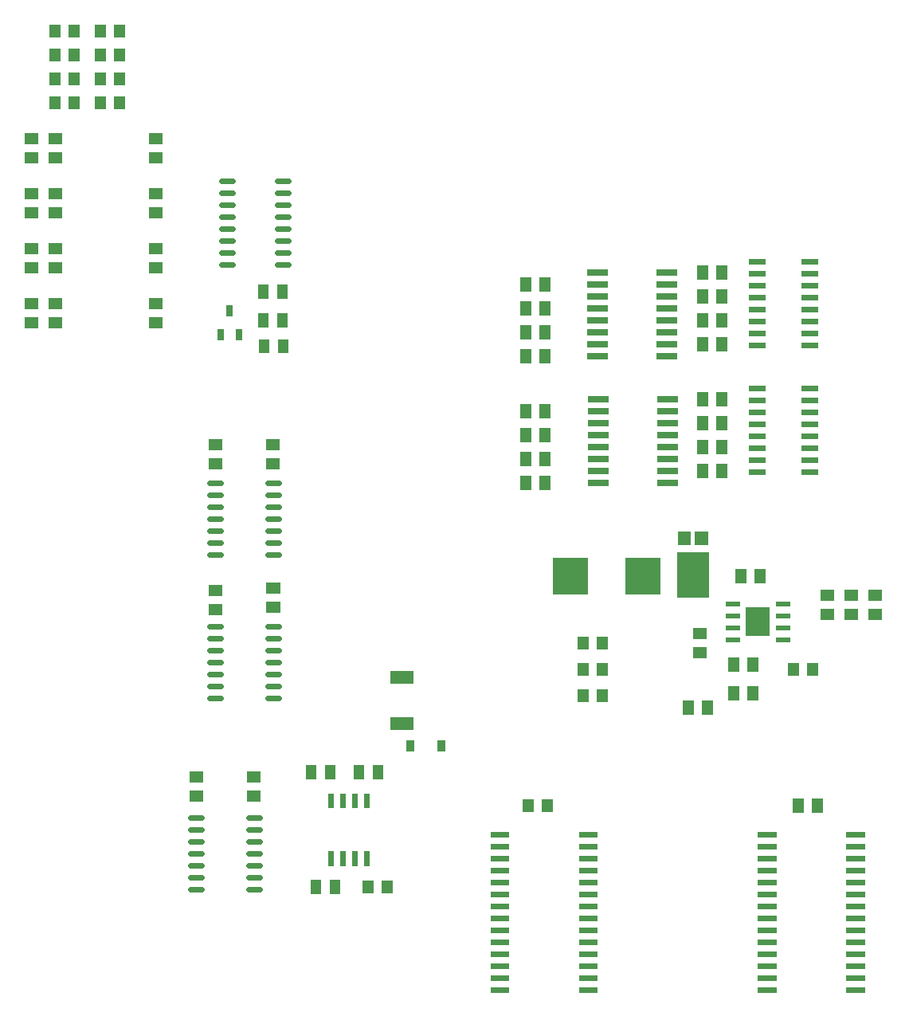
<source format=gbp>
G04 Layer: BottomPasteMaskLayer*
G04 EasyEDA v6.1.33, Mon, 29 Apr 2019 14:12:14 GMT*
G04 9590ad248ff846a5af0387b98c7a360c,91cc4837159741479c5be70faa949f3f,10*
G04 Gerber Generator version 0.2*
G04 Scale: 100 percent, Rotated: No, Reflected: No *
G04 Dimensions in millimeters *
G04 leading zeros omitted , absolute positions ,3 integer and 3 decimal *
%FSLAX33Y33*%
%MOMM*%
G90*
G71D02*

%ADD19R,1.160018X1.469898*%
%ADD31C,0.599999*%
%ADD32R,0.699999X1.250010*%
%ADD36R,3.850640X4.000500*%
%ADD40R,1.550010X0.599999*%
%ADD41R,2.599995X3.099994*%
%ADD43R,0.909320X1.219200*%

%LPD*%
G54D31*
G01X35956Y99193D02*
G01X34756Y99193D01*
G01X35956Y97923D02*
G01X34756Y97923D01*
G01X35956Y96653D02*
G01X34756Y96653D01*
G01X35956Y95383D02*
G01X34756Y95383D01*
G01X35956Y94113D02*
G01X34756Y94113D01*
G01X35956Y92843D02*
G01X34756Y92843D01*
G01X35956Y91573D02*
G01X34756Y91573D01*
G01X35956Y90303D02*
G01X34756Y90303D01*
G01X30013Y99193D02*
G01X28813Y99193D01*
G01X30013Y97923D02*
G01X28813Y97923D01*
G01X30013Y96653D02*
G01X28813Y96653D01*
G01X30013Y95383D02*
G01X28813Y95383D01*
G01X30013Y94113D02*
G01X28813Y94113D01*
G01X30012Y92843D02*
G01X28812Y92843D01*
G01X30013Y91573D02*
G01X28813Y91573D01*
G01X30013Y90303D02*
G01X28813Y90303D01*
G01X34940Y67088D02*
G01X33740Y67088D01*
G01X34940Y65818D02*
G01X33740Y65818D01*
G01X34940Y64548D02*
G01X33740Y64548D01*
G01X34940Y63278D02*
G01X33740Y63278D01*
G01X34940Y62008D02*
G01X33740Y62008D01*
G01X34940Y60738D02*
G01X33740Y60738D01*
G01X34940Y59468D02*
G01X33740Y59468D01*
G01X28743Y67088D02*
G01X27543Y67088D01*
G01X28743Y65818D02*
G01X27543Y65818D01*
G01X28743Y64548D02*
G01X27543Y64548D01*
G01X28743Y63278D02*
G01X27543Y63278D01*
G01X28743Y62008D02*
G01X27543Y62008D01*
G01X28743Y60738D02*
G01X27543Y60738D01*
G01X28743Y59468D02*
G01X27543Y59468D01*
G01X34940Y51848D02*
G01X33740Y51848D01*
G01X34940Y50578D02*
G01X33740Y50578D01*
G01X34940Y49308D02*
G01X33740Y49308D01*
G01X34940Y48038D02*
G01X33740Y48038D01*
G01X34940Y46768D02*
G01X33740Y46768D01*
G01X34940Y45498D02*
G01X33740Y45498D01*
G01X34940Y44228D02*
G01X33740Y44228D01*
G01X28743Y51848D02*
G01X27543Y51848D01*
G01X28743Y50578D02*
G01X27543Y50578D01*
G01X28743Y49308D02*
G01X27543Y49308D01*
G01X28743Y48038D02*
G01X27543Y48038D01*
G01X28743Y46768D02*
G01X27543Y46768D01*
G01X28743Y45498D02*
G01X27543Y45498D01*
G01X28743Y44228D02*
G01X27543Y44228D01*
G01X32908Y31528D02*
G01X31708Y31528D01*
G01X32908Y30258D02*
G01X31708Y30258D01*
G01X32908Y28988D02*
G01X31708Y28988D01*
G01X32908Y27718D02*
G01X31708Y27718D01*
G01X32908Y26448D02*
G01X31708Y26448D01*
G01X32908Y25178D02*
G01X31708Y25178D01*
G01X32908Y23908D02*
G01X31708Y23908D01*
G01X26711Y31528D02*
G01X25511Y31528D01*
G01X26711Y30258D02*
G01X25511Y30258D01*
G01X26711Y28988D02*
G01X25511Y28988D01*
G01X26711Y27718D02*
G01X25511Y27718D01*
G01X26711Y26448D02*
G01X25511Y26448D01*
G01X26711Y25178D02*
G01X25511Y25178D01*
G01X26711Y23908D02*
G01X25511Y23908D01*
G36*
G01X22578Y83526D02*
G01X22578Y84685D01*
G01X21109Y84685D01*
G01X21109Y83526D01*
G01X22578Y83526D01*
G37*
G36*
G01X22578Y85558D02*
G01X22578Y86717D01*
G01X21109Y86717D01*
G01X21109Y85558D01*
G01X22578Y85558D01*
G37*
G36*
G01X10441Y86717D02*
G01X10441Y85558D01*
G01X11910Y85558D01*
G01X11910Y86717D01*
G01X10441Y86717D01*
G37*
G36*
G01X10441Y84685D02*
G01X10441Y83526D01*
G01X11910Y83526D01*
G01X11910Y84685D01*
G01X10441Y84685D01*
G37*
G36*
G01X9370Y83526D02*
G01X9370Y84685D01*
G01X7901Y84685D01*
G01X7901Y83526D01*
G01X9370Y83526D01*
G37*
G36*
G01X9370Y85558D02*
G01X9370Y86717D01*
G01X7901Y86717D01*
G01X7901Y85558D01*
G01X9370Y85558D01*
G37*
G36*
G01X22578Y89368D02*
G01X22578Y90527D01*
G01X21109Y90527D01*
G01X21109Y89368D01*
G01X22578Y89368D01*
G37*
G36*
G01X22578Y91400D02*
G01X22578Y92559D01*
G01X21109Y92559D01*
G01X21109Y91400D01*
G01X22578Y91400D01*
G37*
G36*
G01X10441Y92559D02*
G01X10441Y91400D01*
G01X11910Y91400D01*
G01X11910Y92559D01*
G01X10441Y92559D01*
G37*
G36*
G01X10441Y90527D02*
G01X10441Y89368D01*
G01X11910Y89368D01*
G01X11910Y90527D01*
G01X10441Y90527D01*
G37*
G36*
G01X9370Y89368D02*
G01X9370Y90527D01*
G01X7901Y90527D01*
G01X7901Y89368D01*
G01X9370Y89368D01*
G37*
G36*
G01X9370Y91400D02*
G01X9370Y92559D01*
G01X7901Y92559D01*
G01X7901Y91400D01*
G01X9370Y91400D01*
G37*
G36*
G01X22578Y95210D02*
G01X22578Y96369D01*
G01X21109Y96369D01*
G01X21109Y95210D01*
G01X22578Y95210D01*
G37*
G36*
G01X22578Y97242D02*
G01X22578Y98401D01*
G01X21109Y98401D01*
G01X21109Y97242D01*
G01X22578Y97242D01*
G37*
G36*
G01X10441Y98401D02*
G01X10441Y97242D01*
G01X11910Y97242D01*
G01X11910Y98401D01*
G01X10441Y98401D01*
G37*
G36*
G01X10441Y96369D02*
G01X10441Y95210D01*
G01X11910Y95210D01*
G01X11910Y96369D01*
G01X10441Y96369D01*
G37*
G36*
G01X9370Y95210D02*
G01X9370Y96369D01*
G01X7901Y96369D01*
G01X7901Y95210D01*
G01X9370Y95210D01*
G37*
G36*
G01X9370Y97242D02*
G01X9370Y98401D01*
G01X7901Y98401D01*
G01X7901Y97242D01*
G01X9370Y97242D01*
G37*
G36*
G01X22578Y101052D02*
G01X22578Y102211D01*
G01X21109Y102211D01*
G01X21109Y101052D01*
G01X22578Y101052D01*
G37*
G36*
G01X22578Y103084D02*
G01X22578Y104243D01*
G01X21109Y104243D01*
G01X21109Y103084D01*
G01X22578Y103084D01*
G37*
G36*
G01X10441Y104243D02*
G01X10441Y103084D01*
G01X11910Y103084D01*
G01X11910Y104243D01*
G01X10441Y104243D01*
G37*
G36*
G01X10441Y102211D02*
G01X10441Y101052D01*
G01X11910Y101052D01*
G01X11910Y102211D01*
G01X10441Y102211D01*
G37*
G36*
G01X9370Y101052D02*
G01X9370Y102211D01*
G01X7901Y102211D01*
G01X7901Y101052D01*
G01X9370Y101052D01*
G37*
G36*
G01X9370Y103084D02*
G01X9370Y104243D01*
G01X7901Y104243D01*
G01X7901Y103084D01*
G01X9370Y103084D01*
G37*
G36*
G01X46045Y37088D02*
G01X44887Y37088D01*
G01X44887Y35619D01*
G01X46045Y35619D01*
G01X46045Y37088D01*
G37*
G36*
G01X44013Y37088D02*
G01X42855Y37088D01*
G01X42855Y35619D01*
G01X44013Y35619D01*
G01X44013Y37088D01*
G37*
G36*
G01X40965Y37088D02*
G01X39807Y37088D01*
G01X39807Y35619D01*
G01X40965Y35619D01*
G01X40965Y37088D01*
G37*
G36*
G01X38933Y37088D02*
G01X37775Y37088D01*
G01X37775Y35619D01*
G01X38933Y35619D01*
G01X38933Y37088D01*
G37*
G36*
G01X41473Y24896D02*
G01X40315Y24896D01*
G01X40315Y23427D01*
G01X41473Y23427D01*
G01X41473Y24896D01*
G37*
G36*
G01X39441Y24896D02*
G01X38283Y24896D01*
G01X38283Y23427D01*
G01X39441Y23427D01*
G01X39441Y24896D01*
G37*
G54D19*
G01X44450Y24162D03*
G01X46482Y24162D03*
G36*
G01X32694Y86673D02*
G01X33853Y86673D01*
G01X33853Y88142D01*
G01X32694Y88142D01*
G01X32694Y86673D01*
G37*
G36*
G01X34726Y86673D02*
G01X35885Y86676D01*
G01X35885Y88142D01*
G01X34726Y88142D01*
G01X34726Y86673D01*
G37*
G54D32*
G01X29717Y85355D03*
G01X28767Y82856D03*
G01X30667Y82856D03*
G36*
G01X32694Y83625D02*
G01X33853Y83625D01*
G01X33853Y85094D01*
G01X32694Y85094D01*
G01X32694Y83625D01*
G37*
G36*
G01X34726Y83625D02*
G01X35885Y83628D01*
G01X35885Y85094D01*
G01X34726Y85094D01*
G01X34726Y83625D01*
G37*
G36*
G01X32786Y80891D02*
G01X33944Y80891D01*
G01X33944Y82359D01*
G01X32786Y82359D01*
G01X32786Y80891D01*
G37*
G36*
G01X34818Y80891D02*
G01X35976Y80893D01*
G01X35976Y82359D01*
G01X34818Y82359D01*
G01X34818Y80891D01*
G37*
G54D19*
G01X13207Y115094D03*
G01X11175Y115094D03*
G01X18033Y115094D03*
G01X16001Y115094D03*
G01X13207Y107474D03*
G01X11175Y107474D03*
G01X18033Y107474D03*
G01X16001Y107474D03*
G01X13207Y110014D03*
G01X11175Y110014D03*
G01X18033Y110014D03*
G01X16001Y110014D03*
G01X13207Y112554D03*
G01X11175Y112554D03*
G01X18033Y112554D03*
G01X16001Y112554D03*
G36*
G01X57417Y13544D02*
G01X57417Y12935D01*
G01X59423Y12935D01*
G01X59423Y13544D01*
G01X57417Y13544D01*
G37*
G36*
G01X57417Y14814D02*
G01X57417Y14205D01*
G01X59423Y14205D01*
G01X59423Y14814D01*
G01X57417Y14814D01*
G37*
G36*
G01X57417Y16084D02*
G01X57417Y15475D01*
G01X59423Y15475D01*
G01X59423Y16084D01*
G01X57417Y16084D01*
G37*
G36*
G01X57417Y17354D02*
G01X57417Y16745D01*
G01X59423Y16745D01*
G01X59423Y17354D01*
G01X57417Y17354D01*
G37*
G36*
G01X57417Y18624D02*
G01X57417Y18015D01*
G01X59423Y18015D01*
G01X59423Y18624D01*
G01X57417Y18624D01*
G37*
G36*
G01X57417Y19894D02*
G01X57417Y19285D01*
G01X59423Y19285D01*
G01X59423Y19894D01*
G01X57417Y19894D01*
G37*
G36*
G01X57417Y21164D02*
G01X57417Y20555D01*
G01X59423Y20555D01*
G01X59423Y21164D01*
G01X57417Y21164D01*
G37*
G36*
G01X57417Y22434D02*
G01X57417Y21825D01*
G01X59423Y21825D01*
G01X59423Y22434D01*
G01X57417Y22434D01*
G37*
G36*
G01X57417Y23704D02*
G01X57417Y23095D01*
G01X59423Y23095D01*
G01X59423Y23704D01*
G01X57417Y23704D01*
G37*
G36*
G01X57417Y24974D02*
G01X57417Y24365D01*
G01X59423Y24365D01*
G01X59423Y24974D01*
G01X57417Y24974D01*
G37*
G36*
G01X57417Y26244D02*
G01X57417Y25635D01*
G01X59423Y25635D01*
G01X59423Y26244D01*
G01X57417Y26244D01*
G37*
G36*
G01X57417Y27514D02*
G01X57417Y26905D01*
G01X59423Y26905D01*
G01X59423Y27514D01*
G01X57417Y27514D01*
G37*
G36*
G01X57417Y28784D02*
G01X57417Y28175D01*
G01X59423Y28175D01*
G01X59423Y28784D01*
G01X57417Y28784D01*
G37*
G36*
G01X57417Y30054D02*
G01X57417Y29445D01*
G01X59423Y29445D01*
G01X59423Y30054D01*
G01X57417Y30054D01*
G37*
G36*
G01X66815Y13544D02*
G01X66815Y12935D01*
G01X68821Y12935D01*
G01X68821Y13544D01*
G01X66815Y13544D01*
G37*
G36*
G01X66815Y14814D02*
G01X66815Y14205D01*
G01X68821Y14205D01*
G01X68821Y14814D01*
G01X66815Y14814D01*
G37*
G36*
G01X66815Y16084D02*
G01X66815Y15475D01*
G01X68821Y15475D01*
G01X68821Y16084D01*
G01X66815Y16084D01*
G37*
G36*
G01X66815Y17354D02*
G01X66815Y16745D01*
G01X68821Y16745D01*
G01X68821Y17354D01*
G01X66815Y17354D01*
G37*
G36*
G01X66815Y18624D02*
G01X66815Y18015D01*
G01X68821Y18015D01*
G01X68821Y18624D01*
G01X66815Y18624D01*
G37*
G36*
G01X66815Y19894D02*
G01X66815Y19285D01*
G01X68821Y19285D01*
G01X68821Y19894D01*
G01X66815Y19894D01*
G37*
G36*
G01X66815Y21164D02*
G01X66815Y20555D01*
G01X68821Y20555D01*
G01X68821Y21164D01*
G01X66815Y21164D01*
G37*
G36*
G01X66815Y22434D02*
G01X66815Y21825D01*
G01X68821Y21825D01*
G01X68821Y22434D01*
G01X66815Y22434D01*
G37*
G36*
G01X66815Y23704D02*
G01X66815Y23095D01*
G01X68821Y23095D01*
G01X68821Y23704D01*
G01X66815Y23704D01*
G37*
G36*
G01X66815Y24974D02*
G01X66815Y24365D01*
G01X68821Y24365D01*
G01X68821Y24974D01*
G01X66815Y24974D01*
G37*
G36*
G01X66815Y26244D02*
G01X66815Y25635D01*
G01X68821Y25635D01*
G01X68821Y26244D01*
G01X66815Y26244D01*
G37*
G36*
G01X66815Y27514D02*
G01X66815Y26905D01*
G01X68821Y26905D01*
G01X68821Y27514D01*
G01X66815Y27514D01*
G37*
G36*
G01X66815Y28784D02*
G01X66815Y28175D01*
G01X68821Y28175D01*
G01X68821Y28784D01*
G01X66815Y28784D01*
G37*
G36*
G01X66815Y30054D02*
G01X66815Y29445D01*
G01X68821Y29445D01*
G01X68821Y30054D01*
G01X66815Y30054D01*
G37*
G01X61468Y32798D03*
G01X63500Y32798D03*
G36*
G01X85806Y13544D02*
G01X85806Y12935D01*
G01X87813Y12935D01*
G01X87813Y13544D01*
G01X85806Y13544D01*
G37*
G36*
G01X85806Y14814D02*
G01X85806Y14205D01*
G01X87813Y14205D01*
G01X87813Y14814D01*
G01X85806Y14814D01*
G37*
G36*
G01X85806Y16084D02*
G01X85806Y15475D01*
G01X87813Y15475D01*
G01X87813Y16084D01*
G01X85806Y16084D01*
G37*
G36*
G01X85806Y17354D02*
G01X85806Y16745D01*
G01X87813Y16745D01*
G01X87813Y17354D01*
G01X85806Y17354D01*
G37*
G36*
G01X85806Y18624D02*
G01X85806Y18015D01*
G01X87813Y18015D01*
G01X87813Y18624D01*
G01X85806Y18624D01*
G37*
G36*
G01X85806Y19894D02*
G01X85806Y19285D01*
G01X87813Y19285D01*
G01X87813Y19894D01*
G01X85806Y19894D01*
G37*
G36*
G01X85806Y21164D02*
G01X85806Y20555D01*
G01X87813Y20555D01*
G01X87813Y21164D01*
G01X85806Y21164D01*
G37*
G36*
G01X85806Y22434D02*
G01X85806Y21825D01*
G01X87813Y21825D01*
G01X87813Y22434D01*
G01X85806Y22434D01*
G37*
G36*
G01X85806Y23704D02*
G01X85806Y23095D01*
G01X87813Y23095D01*
G01X87813Y23704D01*
G01X85806Y23704D01*
G37*
G36*
G01X85806Y24974D02*
G01X85806Y24365D01*
G01X87813Y24365D01*
G01X87813Y24974D01*
G01X85806Y24974D01*
G37*
G36*
G01X85806Y26244D02*
G01X85806Y25635D01*
G01X87813Y25635D01*
G01X87813Y26244D01*
G01X85806Y26244D01*
G37*
G36*
G01X85806Y27514D02*
G01X85806Y26905D01*
G01X87813Y26905D01*
G01X87813Y27514D01*
G01X85806Y27514D01*
G37*
G36*
G01X85806Y28784D02*
G01X85806Y28175D01*
G01X87813Y28175D01*
G01X87813Y28784D01*
G01X85806Y28784D01*
G37*
G36*
G01X85806Y30054D02*
G01X85806Y29445D01*
G01X87813Y29445D01*
G01X87813Y30054D01*
G01X85806Y30054D01*
G37*
G36*
G01X95204Y13544D02*
G01X95204Y12935D01*
G01X97211Y12935D01*
G01X97211Y13544D01*
G01X95204Y13544D01*
G37*
G36*
G01X95204Y14814D02*
G01X95204Y14205D01*
G01X97211Y14205D01*
G01X97211Y14814D01*
G01X95204Y14814D01*
G37*
G36*
G01X95204Y16084D02*
G01X95204Y15475D01*
G01X97211Y15475D01*
G01X97211Y16084D01*
G01X95204Y16084D01*
G37*
G36*
G01X95204Y17354D02*
G01X95204Y16745D01*
G01X97211Y16745D01*
G01X97211Y17354D01*
G01X95204Y17354D01*
G37*
G36*
G01X95204Y18624D02*
G01X95204Y18015D01*
G01X97211Y18015D01*
G01X97211Y18624D01*
G01X95204Y18624D01*
G37*
G36*
G01X95204Y19894D02*
G01X95204Y19285D01*
G01X97211Y19285D01*
G01X97211Y19894D01*
G01X95204Y19894D01*
G37*
G36*
G01X95204Y21164D02*
G01X95204Y20555D01*
G01X97211Y20555D01*
G01X97211Y21164D01*
G01X95204Y21164D01*
G37*
G36*
G01X95204Y22434D02*
G01X95204Y21825D01*
G01X97211Y21825D01*
G01X97211Y22434D01*
G01X95204Y22434D01*
G37*
G36*
G01X95204Y23704D02*
G01X95204Y23095D01*
G01X97211Y23095D01*
G01X97211Y23704D01*
G01X95204Y23704D01*
G37*
G36*
G01X95204Y24974D02*
G01X95204Y24365D01*
G01X97211Y24365D01*
G01X97211Y24974D01*
G01X95204Y24974D01*
G37*
G36*
G01X95204Y26244D02*
G01X95204Y25635D01*
G01X97211Y25635D01*
G01X97211Y26244D01*
G01X95204Y26244D01*
G37*
G36*
G01X95204Y27514D02*
G01X95204Y26905D01*
G01X97211Y26905D01*
G01X97211Y27514D01*
G01X95204Y27514D01*
G37*
G36*
G01X95204Y28784D02*
G01X95204Y28175D01*
G01X97211Y28175D01*
G01X97211Y28784D01*
G01X95204Y28784D01*
G37*
G36*
G01X95204Y30054D02*
G01X95204Y29445D01*
G01X97211Y29445D01*
G01X97211Y30054D01*
G01X95204Y30054D01*
G37*
G36*
G01X89532Y32063D02*
G01X90691Y32063D01*
G01X90691Y33532D01*
G01X89532Y33532D01*
G01X89532Y32063D01*
G37*
G36*
G01X91564Y32063D02*
G01X92723Y32063D01*
G01X92723Y33532D01*
G01X91564Y33532D01*
G01X91564Y32063D01*
G37*
G36*
G01X60576Y79815D02*
G01X61735Y79815D01*
G01X61735Y81284D01*
G01X60576Y81284D01*
G01X60576Y79815D01*
G37*
G36*
G01X62608Y79815D02*
G01X63767Y79815D01*
G01X63767Y81284D01*
G01X62608Y81284D01*
G01X62608Y79815D01*
G37*
G36*
G01X60576Y82355D02*
G01X61735Y82355D01*
G01X61735Y83824D01*
G01X60576Y83824D01*
G01X60576Y82355D01*
G37*
G36*
G01X62608Y82355D02*
G01X63767Y82355D01*
G01X63767Y83824D01*
G01X62608Y83824D01*
G01X62608Y82355D01*
G37*
G36*
G01X60576Y84895D02*
G01X61735Y84895D01*
G01X61735Y86364D01*
G01X60576Y86364D01*
G01X60576Y84895D01*
G37*
G36*
G01X62608Y84895D02*
G01X63767Y84895D01*
G01X63767Y86364D01*
G01X62608Y86364D01*
G01X62608Y84895D01*
G37*
G36*
G01X60576Y87435D02*
G01X61735Y87435D01*
G01X61735Y88904D01*
G01X60576Y88904D01*
G01X60576Y87435D01*
G37*
G36*
G01X62608Y87435D02*
G01X63767Y87435D01*
G01X63767Y88904D01*
G01X62608Y88904D01*
G01X62608Y87435D01*
G37*
G36*
G01X60576Y66353D02*
G01X61735Y66353D01*
G01X61735Y67822D01*
G01X60576Y67822D01*
G01X60576Y66353D01*
G37*
G36*
G01X62608Y66353D02*
G01X63767Y66353D01*
G01X63767Y67822D01*
G01X62608Y67822D01*
G01X62608Y66353D01*
G37*
G36*
G01X60576Y68893D02*
G01X61735Y68893D01*
G01X61735Y70362D01*
G01X60576Y70362D01*
G01X60576Y68893D01*
G37*
G36*
G01X62608Y68893D02*
G01X63767Y68893D01*
G01X63767Y70362D01*
G01X62608Y70362D01*
G01X62608Y68893D01*
G37*
G36*
G01X60576Y71433D02*
G01X61735Y71433D01*
G01X61735Y72902D01*
G01X60576Y72902D01*
G01X60576Y71433D01*
G37*
G36*
G01X62608Y71433D02*
G01X63767Y71433D01*
G01X63767Y72902D01*
G01X62608Y72902D01*
G01X62608Y71433D01*
G37*
G36*
G01X60576Y73973D02*
G01X61735Y73973D01*
G01X61735Y75442D01*
G01X60576Y75442D01*
G01X60576Y73973D01*
G37*
G36*
G01X62608Y73973D02*
G01X63767Y73973D01*
G01X63767Y75442D01*
G01X62608Y75442D01*
G01X62608Y73973D01*
G37*
G36*
G01X97564Y55729D02*
G01X97564Y54570D01*
G01X99032Y54570D01*
G01X99032Y55729D01*
G01X97564Y55729D01*
G37*
G36*
G01X97564Y53697D02*
G01X97564Y52538D01*
G01X99032Y52538D01*
G01X99032Y53697D01*
G01X97564Y53697D01*
G37*
G36*
G01X80432Y48474D02*
G01X80432Y49633D01*
G01X78963Y49633D01*
G01X78963Y48474D01*
G01X80432Y48474D01*
G37*
G36*
G01X80432Y50506D02*
G01X80432Y51665D01*
G01X78963Y51665D01*
G01X78963Y50506D01*
G01X80432Y50506D01*
G37*
G36*
G01X92484Y55729D02*
G01X92484Y54570D01*
G01X93952Y54570D01*
G01X93952Y55729D01*
G01X92484Y55729D01*
G37*
G36*
G01X92484Y53697D02*
G01X92484Y52538D01*
G01X93952Y52538D01*
G01X93952Y53697D01*
G01X92484Y53697D01*
G37*
G01X91636Y47276D03*
G01X89604Y47276D03*
G36*
G01X77848Y42477D02*
G01X79007Y42477D01*
G01X79007Y43946D01*
G01X77848Y43946D01*
G01X77848Y42477D01*
G37*
G36*
G01X79880Y42477D02*
G01X81039Y42477D01*
G01X81039Y43946D01*
G01X79880Y43946D01*
G01X79880Y42477D01*
G37*
G36*
G01X79144Y60511D02*
G01X80533Y60511D01*
G01X80533Y61911D01*
G01X79144Y61911D01*
G01X79144Y60511D01*
G37*
G36*
G01X77333Y60511D02*
G01X78725Y60511D01*
G01X78725Y61911D01*
G01X77333Y61911D01*
G01X77333Y60511D01*
G37*
G36*
G01X77257Y54890D02*
G01X80614Y54890D01*
G01X80614Y59752D01*
G01X77257Y59752D01*
G01X77257Y54890D01*
G37*
G36*
G01X95024Y55729D02*
G01X95024Y54570D01*
G01X96492Y54570D01*
G01X96492Y55729D01*
G01X95024Y55729D01*
G37*
G36*
G01X95024Y53697D02*
G01X95024Y52538D01*
G01X96492Y52538D01*
G01X96492Y53697D01*
G01X95024Y53697D01*
G37*
G54D36*
G01X65956Y57180D03*
G01X73627Y57180D03*
G54D19*
G01X69284Y50070D03*
G01X67252Y50070D03*
G01X69284Y47276D03*
G01X67252Y47276D03*
G01X69284Y44482D03*
G01X67252Y44482D03*
G36*
G01X82674Y47049D02*
G01X83833Y47049D01*
G01X83833Y48518D01*
G01X82674Y48518D01*
G01X82674Y47049D01*
G37*
G36*
G01X84706Y47049D02*
G01X85865Y47049D01*
G01X85865Y48518D01*
G01X84706Y48518D01*
G01X84706Y47049D01*
G37*
G36*
G01X82674Y44001D02*
G01X83833Y44001D01*
G01X83833Y45470D01*
G01X82674Y45470D01*
G01X82674Y44001D01*
G37*
G36*
G01X84706Y44001D02*
G01X85865Y44001D01*
G01X85865Y45470D01*
G01X84706Y45470D01*
G01X84706Y44001D01*
G37*
G36*
G01X69875Y80199D02*
G01X69875Y80900D01*
G01X67676Y80900D01*
G01X67676Y80199D01*
G01X69875Y80199D01*
G37*
G36*
G01X69875Y81469D02*
G01X69875Y82170D01*
G01X67676Y82170D01*
G01X67676Y81469D01*
G01X69875Y81469D01*
G37*
G36*
G01X69875Y82739D02*
G01X69875Y83440D01*
G01X67676Y83440D01*
G01X67676Y82739D01*
G01X69875Y82739D01*
G37*
G36*
G01X69875Y84009D02*
G01X69875Y84710D01*
G01X67676Y84710D01*
G01X67676Y84009D01*
G01X69875Y84009D01*
G37*
G36*
G01X69875Y85279D02*
G01X69875Y85980D01*
G01X67676Y85980D01*
G01X67676Y85279D01*
G01X69875Y85279D01*
G37*
G36*
G01X69875Y86549D02*
G01X69875Y87250D01*
G01X67676Y87250D01*
G01X67676Y86549D01*
G01X69875Y86549D01*
G37*
G36*
G01X69875Y87819D02*
G01X69875Y88520D01*
G01X67676Y88520D01*
G01X67676Y87819D01*
G01X69875Y87819D01*
G37*
G36*
G01X69875Y89089D02*
G01X69875Y89790D01*
G01X67676Y89790D01*
G01X67676Y89089D01*
G01X69875Y89089D01*
G37*
G36*
G01X77274Y89089D02*
G01X77274Y89790D01*
G01X75075Y89790D01*
G01X75075Y89089D01*
G01X77274Y89089D01*
G37*
G36*
G01X77274Y87819D02*
G01X77274Y88520D01*
G01X75075Y88520D01*
G01X75075Y87819D01*
G01X77274Y87819D01*
G37*
G36*
G01X77274Y86549D02*
G01X77274Y87250D01*
G01X75075Y87250D01*
G01X75075Y86549D01*
G01X77274Y86549D01*
G37*
G36*
G01X77274Y85279D02*
G01X77274Y85980D01*
G01X75075Y85980D01*
G01X75075Y85279D01*
G01X77274Y85279D01*
G37*
G36*
G01X77274Y84009D02*
G01X77274Y84710D01*
G01X75075Y84710D01*
G01X75075Y84009D01*
G01X77274Y84009D01*
G37*
G36*
G01X77274Y82739D02*
G01X77274Y83440D01*
G01X75075Y83440D01*
G01X75075Y82739D01*
G01X77274Y82739D01*
G37*
G36*
G01X77274Y81469D02*
G01X77274Y82170D01*
G01X75075Y82170D01*
G01X75075Y81469D01*
G01X77274Y81469D01*
G37*
G36*
G01X77274Y80199D02*
G01X77274Y80900D01*
G01X75075Y80900D01*
G01X75075Y80199D01*
G01X77274Y80199D01*
G37*
G36*
G01X79372Y81085D02*
G01X80531Y81085D01*
G01X80531Y82554D01*
G01X79372Y82554D01*
G01X79372Y81085D01*
G37*
G36*
G01X81404Y81085D02*
G01X82563Y81085D01*
G01X82563Y82554D01*
G01X81404Y82554D01*
G01X81404Y81085D01*
G37*
G36*
G01X79372Y67623D02*
G01X80531Y67623D01*
G01X80531Y69092D01*
G01X79372Y69092D01*
G01X79372Y67623D01*
G37*
G36*
G01X81404Y67623D02*
G01X82563Y67623D01*
G01X82563Y69092D01*
G01X81404Y69092D01*
G01X81404Y67623D01*
G37*
G36*
G01X79372Y70163D02*
G01X80531Y70163D01*
G01X80531Y71632D01*
G01X79372Y71632D01*
G01X79372Y70163D01*
G37*
G36*
G01X81404Y70163D02*
G01X82563Y70163D01*
G01X82563Y71632D01*
G01X81404Y71632D01*
G01X81404Y70163D01*
G37*
G36*
G01X79372Y72703D02*
G01X80531Y72703D01*
G01X80531Y74172D01*
G01X79372Y74172D01*
G01X79372Y72703D01*
G37*
G36*
G01X81404Y72703D02*
G01X82563Y72703D01*
G01X82563Y74172D01*
G01X81404Y74172D01*
G01X81404Y72703D01*
G37*
G36*
G01X79372Y75243D02*
G01X80531Y75243D01*
G01X80531Y76712D01*
G01X79372Y76712D01*
G01X79372Y75243D01*
G37*
G36*
G01X81404Y75243D02*
G01X82563Y75243D01*
G01X82563Y76712D01*
G01X81404Y76712D01*
G01X81404Y75243D01*
G37*
G36*
G01X79372Y86165D02*
G01X80531Y86165D01*
G01X80531Y87634D01*
G01X79372Y87634D01*
G01X79372Y86165D01*
G37*
G36*
G01X81404Y86165D02*
G01X82563Y86165D01*
G01X82563Y87634D01*
G01X81404Y87634D01*
G01X81404Y86165D01*
G37*
G36*
G01X79372Y88705D02*
G01X80531Y88705D01*
G01X80531Y90174D01*
G01X79372Y90174D01*
G01X79372Y88705D01*
G37*
G36*
G01X81404Y88705D02*
G01X82563Y88705D01*
G01X82563Y90174D01*
G01X81404Y90174D01*
G01X81404Y88705D01*
G37*
G36*
G01X79372Y83625D02*
G01X80531Y83625D01*
G01X80531Y85094D01*
G01X79372Y85094D01*
G01X79372Y83625D01*
G37*
G36*
G01X81404Y83625D02*
G01X82563Y83625D01*
G01X82563Y85094D01*
G01X81404Y85094D01*
G01X81404Y83625D01*
G37*
G36*
G01X83436Y56447D02*
G01X84595Y56447D01*
G01X84595Y57916D01*
G01X83436Y57916D01*
G01X83436Y56447D01*
G37*
G36*
G01X85468Y56447D02*
G01X86627Y56447D01*
G01X86627Y57916D01*
G01X85468Y57916D01*
G01X85468Y56447D01*
G37*
G36*
G01X90513Y90908D02*
G01X90513Y90257D01*
G01X92263Y90257D01*
G01X92263Y90908D01*
G01X90513Y90908D01*
G37*
G36*
G01X90513Y89638D02*
G01X90513Y88987D01*
G01X92263Y88987D01*
G01X92263Y89638D01*
G01X90513Y89638D01*
G37*
G36*
G01X90513Y88368D02*
G01X90513Y87717D01*
G01X92263Y87717D01*
G01X92263Y88368D01*
G01X90513Y88368D01*
G37*
G36*
G01X90513Y87098D02*
G01X90513Y86447D01*
G01X92263Y86447D01*
G01X92263Y87098D01*
G01X90513Y87098D01*
G37*
G36*
G01X90513Y85828D02*
G01X90513Y85177D01*
G01X92263Y85177D01*
G01X92263Y85828D01*
G01X90513Y85828D01*
G37*
G36*
G01X90513Y84558D02*
G01X90513Y83907D01*
G01X92263Y83907D01*
G01X92263Y84558D01*
G01X90513Y84558D01*
G37*
G36*
G01X90513Y83288D02*
G01X90513Y82637D01*
G01X92263Y82637D01*
G01X92263Y83288D01*
G01X90513Y83288D01*
G37*
G36*
G01X90513Y82018D02*
G01X90513Y81367D01*
G01X92263Y81367D01*
G01X92263Y82018D01*
G01X90513Y82018D01*
G37*
G36*
G01X84915Y82018D02*
G01X84915Y81367D01*
G01X86665Y81367D01*
G01X86665Y82018D01*
G01X84915Y82018D01*
G37*
G36*
G01X84915Y83288D02*
G01X84915Y82637D01*
G01X86665Y82637D01*
G01X86665Y83288D01*
G01X84915Y83288D01*
G37*
G36*
G01X84915Y84558D02*
G01X84915Y83907D01*
G01X86665Y83907D01*
G01X86665Y84558D01*
G01X84915Y84558D01*
G37*
G36*
G01X84915Y85828D02*
G01X84915Y85177D01*
G01X86665Y85177D01*
G01X86665Y85828D01*
G01X84915Y85828D01*
G37*
G36*
G01X84915Y87098D02*
G01X84915Y86447D01*
G01X86665Y86447D01*
G01X86665Y87098D01*
G01X84915Y87098D01*
G37*
G36*
G01X84915Y88368D02*
G01X84915Y87717D01*
G01X86665Y87717D01*
G01X86665Y88368D01*
G01X84915Y88368D01*
G37*
G36*
G01X84915Y89638D02*
G01X84915Y88987D01*
G01X86665Y88987D01*
G01X86665Y89638D01*
G01X84915Y89638D01*
G37*
G36*
G01X84915Y90908D02*
G01X84915Y90257D01*
G01X86665Y90257D01*
G01X86665Y90908D01*
G01X84915Y90908D01*
G37*
G36*
G01X90513Y77446D02*
G01X90513Y76795D01*
G01X92263Y76795D01*
G01X92263Y77446D01*
G01X90513Y77446D01*
G37*
G36*
G01X90513Y76176D02*
G01X90513Y75525D01*
G01X92263Y75525D01*
G01X92263Y76176D01*
G01X90513Y76176D01*
G37*
G36*
G01X90513Y74906D02*
G01X90513Y74255D01*
G01X92263Y74255D01*
G01X92263Y74906D01*
G01X90513Y74906D01*
G37*
G36*
G01X90513Y73636D02*
G01X90513Y72985D01*
G01X92263Y72985D01*
G01X92263Y73636D01*
G01X90513Y73636D01*
G37*
G36*
G01X90513Y72366D02*
G01X90513Y71715D01*
G01X92263Y71715D01*
G01X92263Y72366D01*
G01X90513Y72366D01*
G37*
G36*
G01X90513Y71096D02*
G01X90513Y70445D01*
G01X92263Y70445D01*
G01X92263Y71096D01*
G01X90513Y71096D01*
G37*
G36*
G01X90513Y69826D02*
G01X90513Y69175D01*
G01X92263Y69175D01*
G01X92263Y69826D01*
G01X90513Y69826D01*
G37*
G36*
G01X90513Y68556D02*
G01X90513Y67905D01*
G01X92263Y67905D01*
G01X92263Y68556D01*
G01X90513Y68556D01*
G37*
G36*
G01X84915Y68556D02*
G01X84915Y67905D01*
G01X86665Y67905D01*
G01X86665Y68556D01*
G01X84915Y68556D01*
G37*
G36*
G01X84915Y69826D02*
G01X84915Y69175D01*
G01X86665Y69175D01*
G01X86665Y69826D01*
G01X84915Y69826D01*
G37*
G36*
G01X84915Y71096D02*
G01X84915Y70445D01*
G01X86665Y70445D01*
G01X86665Y71096D01*
G01X84915Y71096D01*
G37*
G36*
G01X84915Y72366D02*
G01X84915Y71715D01*
G01X86665Y71715D01*
G01X86665Y72366D01*
G01X84915Y72366D01*
G37*
G36*
G01X84915Y73636D02*
G01X84915Y72985D01*
G01X86665Y72985D01*
G01X86665Y73636D01*
G01X84915Y73636D01*
G37*
G36*
G01X84915Y74906D02*
G01X84915Y74255D01*
G01X86665Y74255D01*
G01X86665Y74906D01*
G01X84915Y74906D01*
G37*
G36*
G01X84915Y76176D02*
G01X84915Y75525D01*
G01X86665Y75525D01*
G01X86665Y76176D01*
G01X84915Y76176D01*
G37*
G36*
G01X84915Y77446D02*
G01X84915Y76795D01*
G01X86665Y76795D01*
G01X86665Y77446D01*
G01X84915Y77446D01*
G37*
G36*
G01X40213Y32531D02*
G01X40813Y32531D01*
G01X40813Y34080D01*
G01X40213Y34080D01*
G01X40213Y32531D01*
G37*
G36*
G01X41483Y32531D02*
G01X42083Y32531D01*
G01X42083Y34080D01*
G01X41483Y34080D01*
G01X41483Y32531D01*
G37*
G36*
G01X42753Y32531D02*
G01X43353Y32531D01*
G01X43353Y34080D01*
G01X42753Y34080D01*
G01X42753Y32531D01*
G37*
G36*
G01X44023Y32531D02*
G01X44623Y32531D01*
G01X44623Y34080D01*
G01X44023Y34080D01*
G01X44023Y32531D01*
G37*
G36*
G01X44023Y26409D02*
G01X44623Y26409D01*
G01X44623Y27959D01*
G01X44023Y27959D01*
G01X44023Y26409D01*
G37*
G36*
G01X42753Y26409D02*
G01X43353Y26409D01*
G01X43353Y27959D01*
G01X42753Y27959D01*
G01X42753Y26409D01*
G37*
G36*
G01X41483Y26409D02*
G01X42083Y26409D01*
G01X42083Y27959D01*
G01X41483Y27959D01*
G01X41483Y26409D01*
G37*
G36*
G01X40213Y26409D02*
G01X40813Y26409D01*
G01X40813Y27959D01*
G01X40213Y27959D01*
G01X40213Y26409D01*
G37*
G36*
G01X35082Y53300D02*
G01X35082Y54459D01*
G01X33614Y54459D01*
G01X33614Y53300D01*
G01X35082Y53300D01*
G37*
G36*
G01X35082Y55332D02*
G01X35082Y56491D01*
G01X33614Y56491D01*
G01X33614Y55332D01*
G01X35082Y55332D01*
G37*
G36*
G01X28928Y53046D02*
G01X28928Y54205D01*
G01X27460Y54205D01*
G01X27460Y53046D01*
G01X28928Y53046D01*
G37*
G36*
G01X28928Y55078D02*
G01X28928Y56237D01*
G01X27460Y56237D01*
G01X27460Y55078D01*
G01X28928Y55078D01*
G37*
G36*
G01X35024Y68540D02*
G01X35024Y69699D01*
G01X33556Y69699D01*
G01X33556Y68540D01*
G01X35024Y68540D01*
G37*
G36*
G01X35024Y70572D02*
G01X35024Y71731D01*
G01X33556Y71731D01*
G01X33556Y70572D01*
G01X35024Y70572D01*
G37*
G36*
G01X28928Y68540D02*
G01X28928Y69699D01*
G01X27460Y69699D01*
G01X27460Y68540D01*
G01X28928Y68540D01*
G37*
G36*
G01X28928Y70572D02*
G01X28928Y71731D01*
G01X27460Y71731D01*
G01X27460Y70572D01*
G01X28928Y70572D01*
G37*
G36*
G01X32992Y33234D02*
G01X32992Y34393D01*
G01X31524Y34393D01*
G01X31524Y33234D01*
G01X32992Y33234D01*
G37*
G36*
G01X32992Y35266D02*
G01X32992Y36425D01*
G01X31524Y36425D01*
G01X31524Y35266D01*
G01X32992Y35266D01*
G37*
G36*
G01X26896Y33234D02*
G01X26896Y34393D01*
G01X25428Y34393D01*
G01X25428Y33234D01*
G01X26896Y33234D01*
G37*
G36*
G01X26896Y35266D02*
G01X26896Y36425D01*
G01X25428Y36425D01*
G01X25428Y35266D01*
G01X26896Y35266D01*
G37*
G36*
G01X69992Y66737D02*
G01X69992Y67438D01*
G01X67793Y67438D01*
G01X67793Y66737D01*
G01X69992Y66737D01*
G37*
G36*
G01X69992Y68007D02*
G01X69992Y68708D01*
G01X67793Y68708D01*
G01X67793Y68007D01*
G01X69992Y68007D01*
G37*
G36*
G01X69992Y69277D02*
G01X69992Y69978D01*
G01X67793Y69978D01*
G01X67793Y69277D01*
G01X69992Y69277D01*
G37*
G36*
G01X69992Y70547D02*
G01X69992Y71248D01*
G01X67793Y71248D01*
G01X67793Y70547D01*
G01X69992Y70547D01*
G37*
G36*
G01X69992Y71817D02*
G01X69992Y72518D01*
G01X67793Y72518D01*
G01X67793Y71817D01*
G01X69992Y71817D01*
G37*
G36*
G01X69992Y73087D02*
G01X69992Y73788D01*
G01X67793Y73788D01*
G01X67793Y73087D01*
G01X69992Y73087D01*
G37*
G36*
G01X69992Y74357D02*
G01X69992Y75058D01*
G01X67793Y75058D01*
G01X67793Y74357D01*
G01X69992Y74357D01*
G37*
G36*
G01X69992Y75627D02*
G01X69992Y76328D01*
G01X67793Y76328D01*
G01X67793Y75627D01*
G01X69992Y75627D01*
G37*
G36*
G01X77391Y75627D02*
G01X77391Y76328D01*
G01X75192Y76328D01*
G01X75192Y75627D01*
G01X77391Y75627D01*
G37*
G36*
G01X77391Y74357D02*
G01X77391Y75058D01*
G01X75192Y75058D01*
G01X75192Y74357D01*
G01X77391Y74357D01*
G37*
G36*
G01X77391Y73087D02*
G01X77391Y73788D01*
G01X75192Y73788D01*
G01X75192Y73087D01*
G01X77391Y73087D01*
G37*
G36*
G01X77391Y71817D02*
G01X77391Y72518D01*
G01X75192Y72518D01*
G01X75192Y71817D01*
G01X77391Y71817D01*
G37*
G36*
G01X77391Y70547D02*
G01X77391Y71248D01*
G01X75192Y71248D01*
G01X75192Y70547D01*
G01X77391Y70547D01*
G37*
G36*
G01X77391Y69277D02*
G01X77391Y69978D01*
G01X75192Y69978D01*
G01X75192Y69277D01*
G01X77391Y69277D01*
G37*
G36*
G01X77391Y68007D02*
G01X77391Y68708D01*
G01X75192Y68708D01*
G01X75192Y68007D01*
G01X77391Y68007D01*
G37*
G36*
G01X77391Y66737D02*
G01X77391Y67438D01*
G01X75192Y67438D01*
G01X75192Y66737D01*
G01X77391Y66737D01*
G37*
G54D40*
G01X88552Y54261D03*
G01X88552Y52991D03*
G01X88552Y51721D03*
G01X88552Y50451D03*
G01X83152Y50451D03*
G01X83152Y51721D03*
G01X83152Y52991D03*
G01X83152Y54261D03*
G54D41*
G01X85852Y52356D03*
G36*
G01X49255Y45725D02*
G01X49255Y47124D01*
G01X46756Y47124D01*
G01X46756Y45725D01*
G01X49255Y45725D01*
G37*
G36*
G01X49255Y40823D02*
G01X49255Y42222D01*
G01X46756Y42222D01*
G01X46756Y40823D01*
G01X49255Y40823D01*
G37*
G54D43*
G01X52172Y39148D03*
G01X48920Y39148D03*
M00*
M02*

</source>
